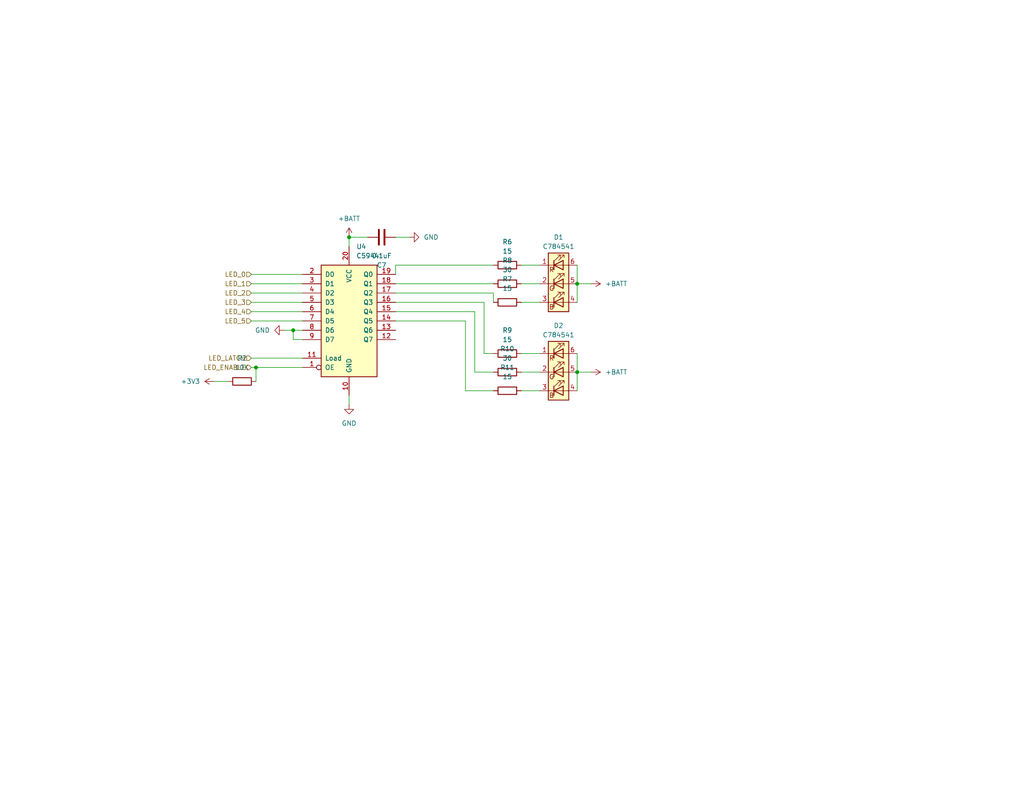
<source format=kicad_sch>
(kicad_sch (version 20230121) (generator eeschema)
  (paper "USLetter")
  (title_block (title "LED Control") (date "2023-05-30") (rev "1.0") (company "Thomas Reidemeister <treideme@gmail.com>") (comment 1 "Released under CERN-OHL-P (see LICENSE)"))
  (lib_symbols
    (symbol "74xx:74LS573" (pin_names (offset 1.016))
      (property "Reference" "U" (at -7.62 16.51 0))
      (property "Value" "74LS573" (at -7.62 -16.51 0))
      (symbol "74LS573_1_0"
        (pin input inverted (at -12.7 -12.7 0) (length 5.08) (name "OE") (number "1"))
        (pin power_in line (at 0 -20.32 90) (length 5.08) (name "GND") (number "10"))
        (pin input line (at -12.7 -10.16 0) (length 5.08) (name "Load") (number "11"))
        (pin tri_state line (at 12.7 -5.08 180) (length 5.08) (name "Q7") (number "12"))
        (pin tri_state line (at 12.7 -2.54 180) (length 5.08) (name "Q6") (number "13"))
        (pin tri_state line (at 12.7 0 180) (length 5.08) (name "Q5") (number "14"))
        (pin tri_state line (at 12.7 2.54 180) (length 5.08) (name "Q4") (number "15"))
        (pin tri_state line (at 12.7 5.08 180) (length 5.08) (name "Q3") (number "16"))
        (pin tri_state line (at 12.7 7.62 180) (length 5.08) (name "Q2") (number "17"))
        (pin tri_state line (at 12.7 10.16 180) (length 5.08) (name "Q1") (number "18"))
        (pin tri_state line (at 12.7 12.7 180) (length 5.08) (name "Q0") (number "19"))
        (pin input line (at -12.7 12.7 0) (length 5.08) (name "D0") (number "2"))
        (pin power_in line (at 0 20.32 270) (length 5.08) (name "VCC") (number "20"))
        (pin input line (at -12.7 10.16 0) (length 5.08) (name "D1") (number "3"))
        (pin input line (at -12.7 7.62 0) (length 5.08) (name "D2") (number "4"))
        (pin input line (at -12.7 5.08 0) (length 5.08) (name "D3") (number "5"))
        (pin input line (at -12.7 2.54 0) (length 5.08) (name "D4") (number "6"))
        (pin input line (at -12.7 0 0) (length 5.08) (name "D5") (number "7"))
        (pin input line (at -12.7 -2.54 0) (length 5.08) (name "D6") (number "8"))
        (pin input line (at -12.7 -5.08 0) (length 5.08) (name "D7") (number "9"))
      )
      (symbol "74LS573_1_1"
        (rectangle (start -7.62 15.24) (end 7.62 -15.24) (stroke (width 0.254)) (fill (type background)))
      )
    )
    (symbol "Device:C" (pin_numbers hide) (pin_names (offset 0.254))
      (property "Reference" "C" (at 0.635 2.54 0))
      (property "Value" "C" (at 0.635 -2.54 0))
      (symbol "C_0_1"
        (polyline (pts (xy -2.032 -0.762) (xy 2.032 -0.762)) (stroke (width 0.508)))
        (polyline (pts (xy -2.032 0.762) (xy 2.032 0.762)) (stroke (width 0.508)))
      )
      (symbol "C_1_1"
        (pin passive line (at 0 3.81 270) (length 2.794) (name "~") (number "1"))
        (pin passive line (at 0 -3.81 90) (length 2.794) (name "~") (number "2"))
      )
    )
    (symbol "Device:LED_RGB" (pin_names (offset 0) hide)
      (property "Reference" "D" (at 0 9.398 0))
      (property "Value" "LED_RGB" (at 0 -8.89 0))
      (symbol "LED_RGB_0_0"
        (text "B" (at -1.905 -6.35 0) (effects (font (size 1.27 1.27))))
        (text "G" (at -1.905 -1.27 0) (effects (font (size 1.27 1.27))))
        (text "R" (at -1.905 3.81 0) (effects (font (size 1.27 1.27))))
      )
      (symbol "LED_RGB_0_1"
        (polyline (pts (xy -1.27 -5.08) (xy -2.54 -5.08)))
        (polyline (pts (xy -1.27 -5.08) (xy 1.27 -5.08)))
        (polyline (pts (xy -1.27 -3.81) (xy -1.27 -6.35)) (stroke (width 0.254)))
        (polyline (pts (xy -1.27 0) (xy -2.54 0)))
        (polyline (pts (xy -1.27 1.27) (xy -1.27 -1.27)) (stroke (width 0.254)))
        (polyline (pts (xy -1.27 5.08) (xy -2.54 5.08)))
        (polyline (pts (xy -1.27 5.08) (xy 1.27 5.08)))
        (polyline (pts (xy -1.27 6.35) (xy -1.27 3.81)) (stroke (width 0.254)))
        (polyline (pts (xy 1.27 -5.08) (xy 2.54 -5.08)))
        (polyline (pts (xy 1.27 0) (xy -1.27 0)))
        (polyline (pts (xy 1.27 0) (xy 2.54 0)))
        (polyline (pts (xy 1.27 5.08) (xy 2.54 5.08)))
        (polyline (pts (xy -1.27 1.27) (xy -1.27 -1.27) (xy -1.27 -1.27)))
        (polyline (pts (xy -1.27 6.35) (xy -1.27 3.81) (xy -1.27 3.81)))
        (polyline (pts (xy 1.27 -3.81) (xy 1.27 -6.35) (xy -1.27 -5.08) (xy 1.27 -3.81)) (stroke (width 0.254)))
        (polyline (pts (xy 1.27 1.27) (xy 1.27 -1.27) (xy -1.27 0) (xy 1.27 1.27)) (stroke (width 0.254)))
        (polyline (pts (xy 1.27 6.35) (xy 1.27 3.81) (xy -1.27 5.08) (xy 1.27 6.35)) (stroke (width 0.254)))
        (polyline (pts (xy -1.016 -3.81) (xy 0.508 -2.286) (xy -0.254 -2.286) (xy 0.508 -2.286) (xy 0.508 -3.048)))
        (polyline (pts (xy -1.016 1.27) (xy 0.508 2.794) (xy -0.254 2.794) (xy 0.508 2.794) (xy 0.508 2.032)))
        (polyline (pts (xy -1.016 6.35) (xy 0.508 7.874) (xy -0.254 7.874) (xy 0.508 7.874) (xy 0.508 7.112)))
        (polyline (pts (xy 0 -3.81) (xy 1.524 -2.286) (xy 0.762 -2.286) (xy 1.524 -2.286) (xy 1.524 -3.048)))
        (polyline (pts (xy 0 1.27) (xy 1.524 2.794) (xy 0.762 2.794) (xy 1.524 2.794) (xy 1.524 2.032)))
        (polyline (pts (xy 0 6.35) (xy 1.524 7.874) (xy 0.762 7.874) (xy 1.524 7.874) (xy 1.524 7.112)))
        (rectangle (start 1.27 -1.27) (end 1.27 1.27))
        (rectangle (start 1.27 1.27) (end 1.27 1.27))
        (rectangle (start 1.27 3.81) (end 1.27 6.35))
        (rectangle (start 1.27 6.35) (end 1.27 6.35))
        (rectangle (start 2.794 8.382) (end -2.794 -7.62) (stroke (width 0.254)) (fill (type background)))
      )
      (symbol "LED_RGB_1_1"
        (pin passive line (at -5.08 5.08 0) (length 2.54) (name "RK") (number "1"))
        (pin passive line (at -5.08 0 0) (length 2.54) (name "GK") (number "2"))
        (pin passive line (at -5.08 -5.08 0) (length 2.54) (name "BK") (number "3"))
        (pin passive line (at 5.08 -5.08 180) (length 2.54) (name "BA") (number "4"))
        (pin passive line (at 5.08 0 180) (length 2.54) (name "GA") (number "5"))
        (pin passive line (at 5.08 5.08 180) (length 2.54) (name "RA") (number "6"))
      )
    )
    (symbol "Device:R" (pin_numbers hide) (pin_names (offset 0))
      (property "Reference" "R" (at 2.032 0 90))
      (property "Value" "R" (at 0 0 90))
      (symbol "R_0_1"
        (rectangle (start -1.016 -2.54) (end 1.016 2.54) (stroke (width 0.254)))
      )
      (symbol "R_1_1"
        (pin passive line (at 0 3.81 270) (length 1.27) (name "~") (number "1"))
        (pin passive line (at 0 -3.81 90) (length 1.27) (name "~") (number "2"))
      )
    )
    (symbol "power:+3V3" (power) (pin_names (offset 0))
      (property "Value" "+3V3" (at 0 3.556 0))
      (symbol "+3V3_0_1"
        (polyline (pts (xy -0.762 1.27) (xy 0 2.54)))
        (polyline (pts (xy 0 0) (xy 0 2.54)))
        (polyline (pts (xy 0 2.54) (xy 0.762 1.27)))
      )
      (symbol "+3V3_1_1"
        (pin power_in line (at 0 0 90) (length 0) hide (name "+3V3") (number "1"))
      )
    )
    (symbol "power:+BATT" (power) (pin_names (offset 0))
      (property "Value" "+BATT" (at 0 3.556 0))
      (symbol "+BATT_0_1"
        (polyline (pts (xy -0.762 1.27) (xy 0 2.54)))
        (polyline (pts (xy 0 0) (xy 0 2.54)))
        (polyline (pts (xy 0 2.54) (xy 0.762 1.27)))
      )
      (symbol "+BATT_1_1"
        (pin power_in line (at 0 0 90) (length 0) hide (name "+BATT") (number "1"))
      )
    )
    (symbol "power:GND" (power) (pin_names (offset 0))
      (property "Value" "GND" (at 0 -3.81 0))
      (symbol "GND_0_1"
        (polyline (pts (xy 0 0) (xy 0 -1.27) (xy 1.27 -1.27) (xy 0 -2.54) (xy -1.27 -1.27) (xy 0 -1.27)))
      )
      (symbol "GND_1_1"
        (pin power_in line (at 0 0 270) (length 0) hide (name "GND") (number "1"))
      )
    )
  )
  (junction (at 69.85 100.33))
  (junction (at 157.48 77.47))
  (junction (at 95.25 64.77))
  (junction (at 157.48 101.6))
  (junction (at 80.01 90.17))
  (wire (pts (xy 107.95 85.09) (xy 129.54 85.09)))
  (wire (pts (xy 68.58 87.63) (xy 82.55 87.63)))
  (wire (pts (xy 68.58 80.01) (xy 82.55 80.01)))
  (wire (pts (xy 129.54 101.6) (xy 134.62 101.6)))
  (wire (pts (xy 68.58 97.79) (xy 82.55 97.79)))
  (wire (pts (xy 157.48 101.6) (xy 161.29 101.6)))
  (wire (pts (xy 58.42 104.14) (xy 62.23 104.14)))
  (wire (pts (xy 132.08 82.55) (xy 132.08 96.52)))
  (wire (pts (xy 68.58 74.93) (xy 82.55 74.93)))
  (wire (pts (xy 77.47 90.17) (xy 80.01 90.17)))
  (wire (pts (xy 157.48 77.47) (xy 161.29 77.47)))
  (wire (pts (xy 68.58 85.09) (xy 82.55 85.09)))
  (wire (pts (xy 69.85 100.33) (xy 69.85 104.14)))
  (wire (pts (xy 95.25 64.77) (xy 100.33 64.77)))
  (wire (pts (xy 142.24 106.68) (xy 147.32 106.68)))
  (wire (pts (xy 107.95 77.47) (xy 134.62 77.47)))
  (wire (pts (xy 68.58 100.33) (xy 69.85 100.33)))
  (wire (pts (xy 82.55 92.71) (xy 80.01 92.71)))
  (wire (pts (xy 142.24 72.39) (xy 147.32 72.39)))
  (wire (pts (xy 157.48 77.47) (xy 157.48 82.55)))
  (wire (pts (xy 157.48 101.6) (xy 157.48 106.68)))
  (wire (pts (xy 127 87.63) (xy 127 106.68)))
  (wire (pts (xy 95.25 64.77) (xy 95.25 67.31)))
  (wire (pts (xy 142.24 101.6) (xy 147.32 101.6)))
  (wire (pts (xy 142.24 82.55) (xy 147.32 82.55)))
  (wire (pts (xy 134.62 72.39) (xy 107.95 72.39)))
  (wire (pts (xy 129.54 85.09) (xy 129.54 101.6)))
  (wire (pts (xy 157.48 72.39) (xy 157.48 77.47)))
  (wire (pts (xy 68.58 77.47) (xy 82.55 77.47)))
  (wire (pts (xy 157.48 96.52) (xy 157.48 101.6)))
  (wire (pts (xy 80.01 90.17) (xy 80.01 92.71)))
  (wire (pts (xy 107.95 80.01) (xy 134.62 80.01)))
  (wire (pts (xy 142.24 77.47) (xy 147.32 77.47)))
  (wire (pts (xy 95.25 107.95) (xy 95.25 110.49)))
  (wire (pts (xy 107.95 64.77) (xy 111.76 64.77)))
  (wire (pts (xy 68.58 82.55) (xy 82.55 82.55)))
  (wire (pts (xy 80.01 90.17) (xy 82.55 90.17)))
  (wire (pts (xy 107.95 72.39) (xy 107.95 74.93)))
  (wire (pts (xy 142.24 96.52) (xy 147.32 96.52)))
  (wire (pts (xy 132.08 96.52) (xy 134.62 96.52)))
  (wire (pts (xy 134.62 80.01) (xy 134.62 82.55)))
  (wire (pts (xy 69.85 100.33) (xy 82.55 100.33)))
  (wire (pts (xy 107.95 87.63) (xy 127 87.63)))
  (wire (pts (xy 127 106.68) (xy 134.62 106.68)))
  (wire (pts (xy 107.95 82.55) (xy 132.08 82.55)))
  (hierarchical_label "LED_LATCH" (shape input) (at 68.58 97.79 180))
  (hierarchical_label "LED_2" (shape input) (at 68.58 80.01 180))
  (hierarchical_label "LED_0" (shape input) (at 68.58 74.93 180))
  (hierarchical_label "LED_5" (shape input) (at 68.58 87.63 180))
  (hierarchical_label "LED_ENABLE" (shape input) (at 68.58 100.33 180))
  (hierarchical_label "LED_1" (shape input) (at 68.58 77.47 180))
  (hierarchical_label "LED_3" (shape input) (at 68.58 82.55 180))
  (hierarchical_label "LED_4" (shape input) (at 68.58 85.09 180))
  (symbol (lib_id "74xx:74LS573") (at 95.25 87.63 0) (unit 1)
    (property "Reference" "U4" (at 97.2059 67.31 0) (effects (justify left)))
    (property "Value" "C5944" (at 97.2059 69.85 0) (effects (justify left)))
    (property "Footprint" "Package_SO:TSSOP-20_4.4x6.5mm_P0.65mm" (effects hide))
    (property "Datasheet" "74xx/74hc573.pdf" (effects hide))
  )
  (symbol (lib_id "power:+BATT") (at 161.29 101.6 270) (unit 1)
    (property "Reference" "#PWR041" (effects hide))
    (property "Value" "+BATT" (at 165.1 101.6 90) (effects (justify left)))
  )
  (symbol (lib_id "Device:LED_RGB") (at 152.4 101.6 0) (unit 1)
    (property "Reference" "D2" (at 152.4 88.9 0))
    (property "Value" "C784541" (at 152.4 91.44 0))
    (property "Footprint" "LED_SMD:LED_RGB_5050-6" (effects hide))
  )
  (symbol (lib_id "power:+BATT") (at 161.29 77.47 270) (unit 1)
    (property "Reference" "#PWR040" (effects hide))
    (property "Value" "+BATT" (at 165.1 77.47 90) (effects (justify left)))
  )
  (symbol (lib_id "Device:R") (at 138.43 82.55 90) (unit 1)
    (property "Reference" "R7" (at 138.43 76.2 90))
    (property "Value" "15" (at 138.43 78.74 90))
    (property "Footprint" "Resistor_SMD:R_0805_2012Metric_Pad1.20x1.40mm_HandSolder" (effects hide))
  )
  (symbol (lib_id "Device:R") (at 138.43 101.6 90) (unit 1)
    (property "Reference" "R10" (at 138.43 95.25 90))
    (property "Value" "30" (at 138.43 97.79 90))
    (property "Footprint" "Resistor_SMD:R_0805_2012Metric_Pad1.20x1.40mm_HandSolder" (effects hide))
  )
  (symbol (lib_id "Device:C") (at 104.14 64.77 270) (unit 1)
    (property "Reference" "C7" (at 104.14 72.39 90))
    (property "Value" "0.1uF" (at 104.14 69.85 90))
    (property "Footprint" "Capacitor_SMD:C_0402_1005Metric_Pad0.74x0.62mm_HandSolder" (effects hide))
    (instances (project "reaction-trainer" (path "" (reference "C7") (unit 1)) (path "" (reference "C22") (unit 1))))
  )
  (symbol (lib_id "Device:LED_RGB") (at 152.4 77.47 0) (unit 1)
    (property "Reference" "D1" (at 152.4 64.77 0))
    (property "Value" "C784541" (at 152.4 67.31 0))
    (property "Footprint" "LED_SMD:LED_RGB_5050-6" (effects hide))
  )
  (symbol (lib_id "Device:R") (at 138.43 77.47 90) (unit 1)
    (property "Reference" "R8" (at 138.43 71.12 90))
    (property "Value" "30" (at 138.43 73.66 90))
    (property "Footprint" "Resistor_SMD:R_0805_2012Metric_Pad1.20x1.40mm_HandSolder" (effects hide))
  )
  (symbol (lib_id "Device:R") (at 138.43 106.68 90) (unit 1)
    (property "Reference" "R11" (at 138.43 100.33 90))
    (property "Value" "15" (at 138.43 102.87 90))
    (property "Footprint" "Resistor_SMD:R_0805_2012Metric_Pad1.20x1.40mm_HandSolder" (effects hide))
  )
  (symbol (lib_id "power:+BATT") (at 95.25 64.77 0) (unit 1)
    (property "Reference" "#PWR042" (effects hide))
    (property "Value" "+BATT" (at 95.25 59.69 0))
  )
  (symbol (lib_id "power:GND") (at 111.76 64.77 90) (unit 1)
    (property "Reference" "#PWR046" (effects hide))
    (property "Value" "GND" (at 115.57 64.77 90) (effects (justify right)))
  )
  (symbol (lib_id "power:GND") (at 95.25 110.49 0) (unit 1)
    (property "Reference" "#PWR043" (effects hide))
    (property "Value" "GND" (at 95.25 115.57 0))
  )
  (symbol (lib_id "Device:R") (at 138.43 72.39 90) (unit 1)
    (property "Reference" "R6" (at 138.43 66.04 90))
    (property "Value" "15" (at 138.43 68.58 90))
    (property "Footprint" "Resistor_SMD:R_0805_2012Metric_Pad1.20x1.40mm_HandSolder" (effects hide))
  )
  (symbol (lib_id "Device:R") (at 138.43 96.52 90) (unit 1)
    (property "Reference" "R9" (at 138.43 90.17 90))
    (property "Value" "15" (at 138.43 92.71 90))
    (property "Footprint" "Resistor_SMD:R_0805_2012Metric_Pad1.20x1.40mm_HandSolder" (effects hide))
  )
  (symbol (lib_id "Device:R") (at 66.04 104.14 90) (unit 1)
    (property "Reference" "R2" (at 66.04 97.79 90))
    (property "Value" "10K" (at 66.04 100.33 90))
    (property "Footprint" "Resistor_SMD:R_0402_1005Metric_Pad0.72x0.64mm_HandSolder" (effects hide))
    (instances (project "reaction-trainer" (path "" (reference "R2") (unit 1)) (path "" (reference "R13") (unit 1))))
  )
  (symbol (lib_id "power:+3V3") (at 58.42 104.14 90) (unit 1)
    (property "Reference" "#PWR045" (effects hide))
    (property "Value" "+3V3" (at 54.61 104.14 90) (effects (justify left)))
  )
  (symbol (lib_id "power:GND") (at 77.47 90.17 270) (unit 1)
    (property "Reference" "#PWR044" (effects hide))
    (property "Value" "GND" (at 73.66 90.17 90) (effects (justify right)))
  )
)
</source>
